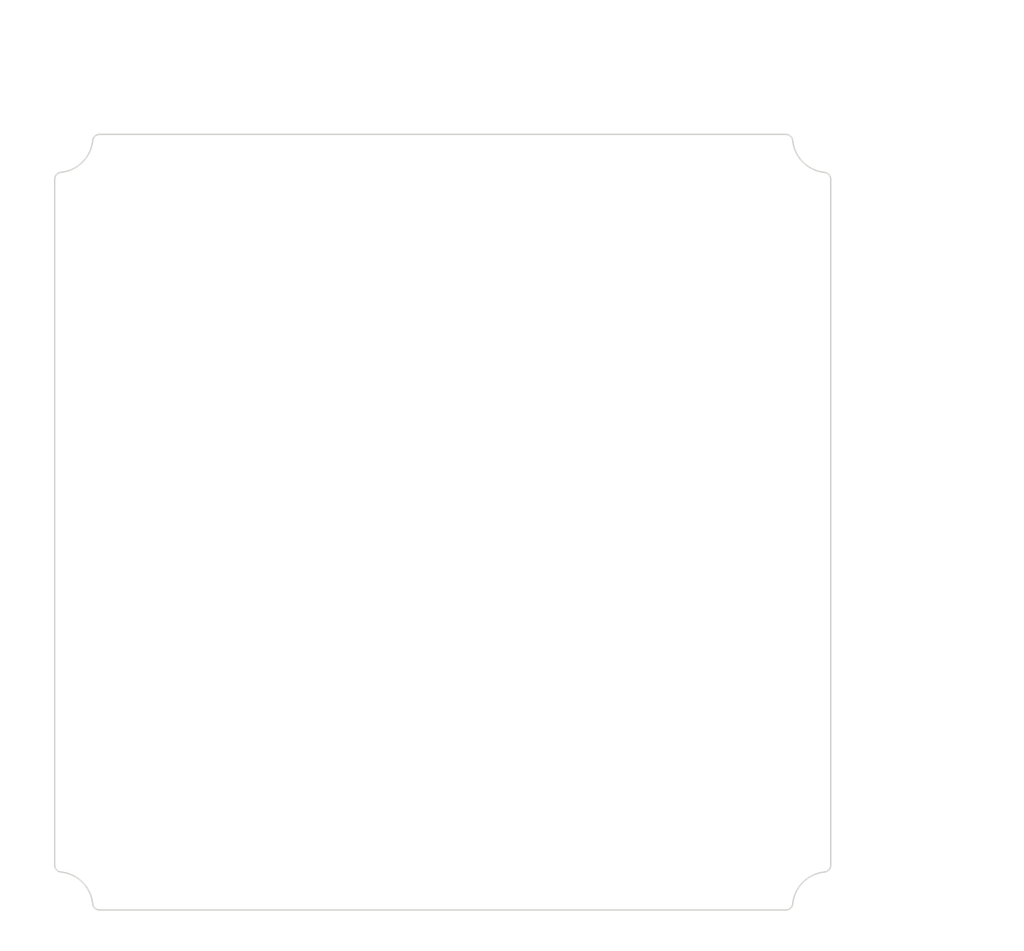
<source format=kicad_pcb>
(kicad_pcb (version 20171130) (host pcbnew "(5.1.0)-1")

  (general
    (thickness 1.6)
    (drawings 72)
    (tracks 0)
    (zones 0)
    (modules 0)
    (nets 1)
  )

  (page A4)
  (layers
    (0 F.Cu signal)
    (31 B.Cu signal)
    (32 B.Adhes user)
    (33 F.Adhes user)
    (34 B.Paste user)
    (35 F.Paste user)
    (36 B.SilkS user)
    (37 F.SilkS user)
    (38 B.Mask user)
    (39 F.Mask user)
    (40 Dwgs.User user)
    (41 Cmts.User user)
    (42 Eco1.User user)
    (43 Eco2.User user)
    (44 Edge.Cuts user)
    (45 Margin user)
    (46 B.CrtYd user)
    (47 F.CrtYd user)
    (48 B.Fab user)
    (49 F.Fab user)
  )

  (setup
    (last_trace_width 0.25)
    (trace_clearance 0.2)
    (zone_clearance 0.508)
    (zone_45_only no)
    (trace_min 0.2)
    (via_size 0.8)
    (via_drill 0.4)
    (via_min_size 0.4)
    (via_min_drill 0.3)
    (uvia_size 0.3)
    (uvia_drill 0.1)
    (uvias_allowed no)
    (uvia_min_size 0.2)
    (uvia_min_drill 0.1)
    (edge_width 0.05)
    (segment_width 0.2)
    (pcb_text_width 0.3)
    (pcb_text_size 1.5 1.5)
    (mod_edge_width 0.12)
    (mod_text_size 1 1)
    (mod_text_width 0.15)
    (pad_size 1.524 1.524)
    (pad_drill 0.762)
    (pad_to_mask_clearance 0.051)
    (solder_mask_min_width 0.25)
    (aux_axis_origin 0 0)
    (visible_elements FFFFFF7F)
    (pcbplotparams
      (layerselection 0x010fc_ffffffff)
      (usegerberextensions false)
      (usegerberattributes false)
      (usegerberadvancedattributes false)
      (creategerberjobfile false)
      (excludeedgelayer true)
      (linewidth 0.152400)
      (plotframeref false)
      (viasonmask false)
      (mode 1)
      (useauxorigin false)
      (hpglpennumber 1)
      (hpglpenspeed 20)
      (hpglpendiameter 15.000000)
      (psnegative false)
      (psa4output false)
      (plotreference true)
      (plotvalue true)
      (plotinvisibletext false)
      (padsonsilk false)
      (subtractmaskfromsilk false)
      (outputformat 1)
      (mirror false)
      (drillshape 1)
      (scaleselection 1)
      (outputdirectory ""))
  )

  (net 0 "")

  (net_class Default "This is the default net class."
    (clearance 0.2)
    (trace_width 0.25)
    (via_dia 0.8)
    (via_drill 0.4)
    (uvia_dia 0.3)
    (uvia_drill 0.1)
  )

  (gr_line (start 86.1401 50.922415) (end 86.1401 149.73098) (layer Edge.Cuts) (width 0.2))
  (gr_line (start 191.416165 44.454915) (end 92.6076 44.454915) (layer Edge.Cuts) (width 0.2))
  (gr_line (start 92.6076 156.198481) (end 191.416165 156.198481) (layer Edge.Cuts) (width 0.2))
  (gr_line (start 197.883666 149.73098) (end 197.883666 50.922415) (layer Edge.Cuts) (width 0.2))
  (gr_curve (pts (xy 197.771989 150.190189) (xy 197.816971 150.103185) (xy 197.848937 150.010094) (xy 197.866867 149.913511)) (layer Edge.Cuts) (width 0.2))
  (gr_curve (pts (xy 197.866867 149.913511) (xy 197.878073 149.853146) (xy 197.883666 149.791793) (xy 197.883666 149.73098)) (layer Edge.Cuts) (width 0.2))
  (gr_curve (pts (xy 196.986356 150.725479) (xy 197.158154 150.707781) (xy 197.326372 150.644247) (xy 197.467642 150.542659)) (layer Edge.Cuts) (width 0.2))
  (gr_curve (pts (xy 197.467642 150.542659) (xy 197.594983 150.451086) (xy 197.700017 150.329394) (xy 197.771989 150.190189)) (layer Edge.Cuts) (width 0.2))
  (gr_arc (start 197.511883 155.826698) (end 196.986356 150.725479) (angle -78.23630948) (layer Edge.Cuts) (width 0.2))
  (gr_curve (pts (xy 191.913652 156.065944) (xy 192.049707 155.987903) (xy 192.166659 155.877615) (xy 192.252517 155.746518)) (layer Edge.Cuts) (width 0.2))
  (gr_curve (pts (xy 191.416165 156.198481) (xy 191.588872 156.198481) (xy 191.762715 156.15252) (xy 191.913652 156.065944)) (layer Edge.Cuts) (width 0.2))
  (gr_curve (pts (xy 192.375249 155.481019) (xy 192.392582 155.422121) (xy 192.404432 155.361664) (xy 192.410664 155.301172)) (layer Edge.Cuts) (width 0.2))
  (gr_curve (pts (xy 192.252517 155.746518) (xy 192.306178 155.664582) (xy 192.347515 155.575257) (xy 192.375249 155.481019)) (layer Edge.Cuts) (width 0.2))
  (gr_curve (pts (xy 92.148392 156.086804) (xy 92.235395 156.131786) (xy 92.328487 156.163752) (xy 92.42507 156.181682)) (layer Edge.Cuts) (width 0.2))
  (gr_curve (pts (xy 91.613101 155.301172) (xy 91.6308 155.472969) (xy 91.694333 155.641187) (xy 91.795922 155.782457)) (layer Edge.Cuts) (width 0.2))
  (gr_curve (pts (xy 92.42507 156.181682) (xy 92.485434 156.192888) (xy 92.546788 156.198481) (xy 92.6076 156.198481)) (layer Edge.Cuts) (width 0.2))
  (gr_curve (pts (xy 91.795922 155.782457) (xy 91.887494 155.909799) (xy 92.009186 156.014833) (xy 92.148392 156.086804)) (layer Edge.Cuts) (width 0.2))
  (gr_arc (start 86.511883 155.826698) (end 91.613101 155.301172) (angle -78.23630948) (layer Edge.Cuts) (width 0.2))
  (gr_curve (pts (xy 86.857561 150.690064) (xy 86.916459 150.707397) (xy 86.976917 150.719247) (xy 87.037409 150.725479)) (layer Edge.Cuts) (width 0.2))
  (gr_curve (pts (xy 86.272637 150.228467) (xy 86.350678 150.364522) (xy 86.460965 150.481474) (xy 86.592062 150.567332)) (layer Edge.Cuts) (width 0.2))
  (gr_curve (pts (xy 86.1401 149.73098) (xy 86.1401 149.903687) (xy 86.18606 150.07753) (xy 86.272637 150.228467)) (layer Edge.Cuts) (width 0.2))
  (gr_curve (pts (xy 86.592062 150.567332) (xy 86.673998 150.620993) (xy 86.763324 150.662331) (xy 86.857561 150.690064)) (layer Edge.Cuts) (width 0.2))
  (gr_curve (pts (xy 91.795922 44.870939) (xy 91.694333 45.012208) (xy 91.6308 45.180426) (xy 91.613101 45.352224)) (layer Edge.Cuts) (width 0.2))
  (gr_curve (pts (xy 92.148392 44.566592) (xy 92.009186 44.638563) (xy 91.887494 44.743597) (xy 91.795922 44.870939)) (layer Edge.Cuts) (width 0.2))
  (gr_curve (pts (xy 92.6076 44.454915) (xy 92.546788 44.454915) (xy 92.485434 44.460507) (xy 92.42507 44.471713)) (layer Edge.Cuts) (width 0.2))
  (gr_curve (pts (xy 92.42507 44.471713) (xy 92.328487 44.489643) (xy 92.235395 44.521609) (xy 92.148392 44.566592)) (layer Edge.Cuts) (width 0.2))
  (gr_arc (start 86.511883 44.826698) (end 87.037409 49.927916) (angle -78.23630948) (layer Edge.Cuts) (width 0.2))
  (gr_curve (pts (xy 87.037409 49.927916) (xy 86.976917 49.934148) (xy 86.916459 49.945999) (xy 86.857561 49.963332)) (layer Edge.Cuts) (width 0.2))
  (gr_curve (pts (xy 86.857561 49.963332) (xy 86.763324 49.991065) (xy 86.673998 50.032403) (xy 86.592062 50.086064)) (layer Edge.Cuts) (width 0.2))
  (gr_curve (pts (xy 86.272637 50.424929) (xy 86.18606 50.575865) (xy 86.1401 50.749708) (xy 86.1401 50.922415)) (layer Edge.Cuts) (width 0.2))
  (gr_curve (pts (xy 86.592062 50.086064) (xy 86.460965 50.171922) (xy 86.350678 50.288873) (xy 86.272637 50.424929)) (layer Edge.Cuts) (width 0.2))
  (gr_curve (pts (xy 197.771989 50.463207) (xy 197.700017 50.324001) (xy 197.594983 50.20231) (xy 197.467642 50.110737)) (layer Edge.Cuts) (width 0.2))
  (gr_curve (pts (xy 197.883666 50.922415) (xy 197.883666 50.861603) (xy 197.878073 50.800249) (xy 197.866867 50.739885)) (layer Edge.Cuts) (width 0.2))
  (gr_curve (pts (xy 197.866867 50.739885) (xy 197.848937 50.643302) (xy 197.816971 50.55021) (xy 197.771989 50.463207)) (layer Edge.Cuts) (width 0.2))
  (gr_curve (pts (xy 197.467642 50.110737) (xy 197.326372 50.009148) (xy 197.158154 49.945615) (xy 196.986356 49.927916)) (layer Edge.Cuts) (width 0.2))
  (gr_arc (start 197.511883 44.826698) (end 192.410664 45.352224) (angle -78.23630948) (layer Edge.Cuts) (width 0.2))
  (gr_curve (pts (xy 191.913652 44.587452) (xy 191.762715 44.500875) (xy 191.588872 44.454915) (xy 191.416165 44.454915)) (layer Edge.Cuts) (width 0.2))
  (gr_curve (pts (xy 192.252517 44.906877) (xy 192.166659 44.77578) (xy 192.049707 44.665493) (xy 191.913652 44.587452)) (layer Edge.Cuts) (width 0.2))
  (gr_curve (pts (xy 192.375249 45.172376) (xy 192.347515 45.078139) (xy 192.306178 44.988813) (xy 192.252517 44.906877)) (layer Edge.Cuts) (width 0.2))
  (gr_curve (pts (xy 192.410664 45.352224) (xy 192.404432 45.291732) (xy 192.392582 45.231274) (xy 192.375249 45.172376)) (layer Edge.Cuts) (width 0.2))
  (gr_text [R0.04] (at 82.766631 160.781242) (layer Dwgs.User)
    (effects (font (size 1.7 1.53) (thickness 0.2125)))
  )
  (gr_text " R1.00" (at 82.766631 157.223807) (layer Dwgs.User)
    (effects (font (size 1.7 1.53) (thickness 0.2125)))
  )
  (gr_line (start 89.237402 158.891781) (end 90.585563 157.414465) (layer Dwgs.User) (width 0.2))
  (gr_line (start 87.237402 158.891781) (end 89.237402 158.891781) (layer Dwgs.User) (width 0.2))
  (gr_text [R0.20] (at 182.771356 149.252263) (layer Dwgs.User)
    (effects (font (size 1.7 1.53) (thickness 0.2125)))
  )
  (gr_text " R5.13" (at 182.771356 145.694248) (layer Dwgs.User)
    (effects (font (size 1.7 1.53) (thickness 0.2125)))
  )
  (gr_line (start 189.242127 147.362802) (end 192.530285 150.728153) (layer Dwgs.User) (width 0.2))
  (gr_line (start 187.242127 147.362802) (end 189.242127 147.362802) (layer Dwgs.User) (width 0.2))
  (gr_text [3.97] (at 205.967835 61.549518) (layer Dwgs.User)
    (effects (font (size 1.7 1.53) (thickness 0.2125)))
  )
  (gr_text " 100.80" (at 205.967835 57.992083) (layer Dwgs.User)
    (effects (font (size 1.7 1.53) (thickness 0.2125)))
  )
  (gr_line (start 205.967835 148.725479) (end 205.967835 63.217492) (layer Dwgs.User) (width 0.2))
  (gr_line (start 205.967835 51.927916) (end 205.967835 56.102622) (layer Dwgs.User) (width 0.2))
  (gr_line (start 197.986356 150.725479) (end 209.142835 150.725479) (layer Dwgs.User) (width 0.2))
  (gr_line (start 197.986356 49.927916) (end 209.142835 49.927916) (layer Dwgs.User) (width 0.2))
  (gr_text [4.40] (at 220.978086 114.728689) (layer Dwgs.User)
    (effects (font (size 1.7 1.53) (thickness 0.2125)))
  )
  (gr_text " 111.74" (at 220.978086 111.185749) (layer Dwgs.User)
    (effects (font (size 1.7 1.53) (thickness 0.2125)))
  )
  (gr_line (start 220.978086 46.454915) (end 220.978086 109.296288) (layer Dwgs.User) (width 0.2))
  (gr_line (start 220.978086 154.198481) (end 220.978086 116.382168) (layer Dwgs.User) (width 0.2))
  (gr_line (start 192.416165 44.454915) (end 224.153086 44.454915) (layer Dwgs.User) (width 0.2))
  (gr_line (start 192.416165 156.198481) (end 224.153086 156.198481) (layer Dwgs.User) (width 0.2))
  (gr_text [3.97] (at 110.545526 41.178465) (layer Dwgs.User)
    (effects (font (size 1.7 1.53) (thickness 0.2125)))
  )
  (gr_text " 100.80" (at 110.545526 37.62103) (layer Dwgs.User)
    (effects (font (size 1.7 1.53) (thickness 0.2125)))
  )
  (gr_line (start 190.410664 39.289004) (end 115.25054 39.289004) (layer Dwgs.User) (width 0.2))
  (gr_line (start 93.613101 39.289004) (end 105.840512 39.289004) (layer Dwgs.User) (width 0.2))
  (gr_line (start 192.410664 44.352224) (end 192.410664 36.114004) (layer Dwgs.User) (width 0.2))
  (gr_line (start 91.613101 44.352224) (end 91.613101 36.114004) (layer Dwgs.User) (width 0.2))
  (gr_text [4.40] (at 163.081404 30.261592) (layer Dwgs.User)
    (effects (font (size 1.7 1.53) (thickness 0.2125)))
  )
  (gr_text " 111.74" (at 163.081404 26.718652) (layer Dwgs.User)
    (effects (font (size 1.7 1.53) (thickness 0.2125)))
  )
  (gr_line (start 88.1401 28.372131) (end 158.37697 28.372131) (layer Dwgs.User) (width 0.2))
  (gr_line (start 195.883666 28.372131) (end 167.785838 28.372131) (layer Dwgs.User) (width 0.2))
  (gr_line (start 86.1401 49.922415) (end 86.1401 25.197131) (layer Dwgs.User) (width 0.2))
  (gr_line (start 197.883666 49.922415) (end 197.883666 25.197131) (layer Dwgs.User) (width 0.2))

)

</source>
